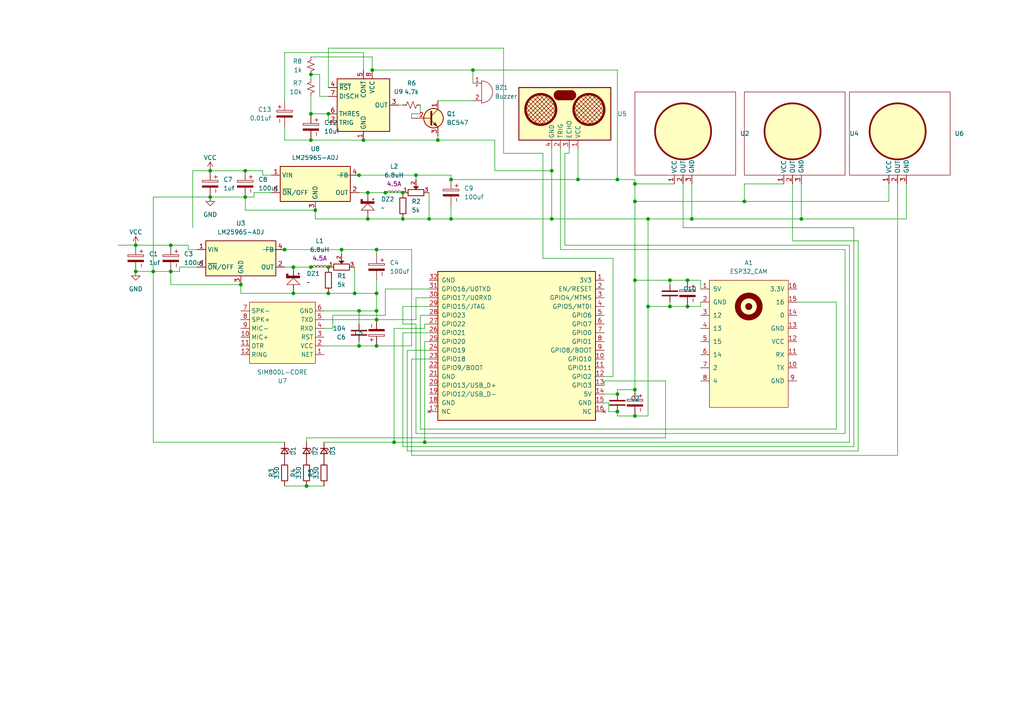
<source format=kicad_sch>
(kicad_sch (version 20250114) (generator "eeschema") (generator_version "9.0")
  (paper "A4")
  (lib_symbols
    (symbol "Device:Buzzer" (pin_names (offset 0.0254) (hide yes))
      (property "Reference" "BZ" (at 3.81 1.27 0))
      (property "Value" "Buzzer" (at 3.81 -1.27 0))
      (symbol "Buzzer_0_1"
        (polyline (pts (xy -1.651 1.905) (xy -1.143 1.905)))
        (polyline (pts (xy -1.397 2.159) (xy -1.397 1.651)))
        (arc (start 0 3.175) (mid 3.1612 0) (end 0 -3.175))
        (polyline (pts (xy 0 3.175) (xy 0 -3.175)))
      )
      (symbol "Buzzer_1_1"
        (pin passive line (at -2.54 2.54 0) (length 2.54) (name "+") (number "1"))
        (pin passive line (at -2.54 -2.54 0) (length 2.54) (name "-") (number "2"))
      )
    )
    (symbol "PCM_Espressif:ESP32-C6-DevKitC-1" (pin_names (offset 1.016))
      (property "Reference" "U" (at -22.86 25.4 0))
      (property "Value" "ESP32-C6-DevKitC-1" (at -22.86 22.86 0))
      (symbol "ESP32-C6-DevKitC-1_0_1"
        (rectangle (start -22.86 20.32) (end 22.86 -22.86) (stroke (width 0.254)) (fill (type background)))
      )
      (symbol "ESP32-C6-DevKitC-1_1_0"
        (pin input line (at -25.4 15.24 0) (length 2.54) (name "EN/RESET") (number "2"))
        (pin power_in line (at -25.4 -15.24 0) (length 2.54) (name "5V") (number "14"))
      )
      (symbol "ESP32-C6-DevKitC-1_1_1"
        (pin power_in line (at -25.4 17.78 0) (length 2.54) (name "3V3") (number "1"))
        (pin bidirectional line (at -25.4 12.7 0) (length 2.54) (name "GPIO4/MTMS") (number "3"))
        (pin bidirectional line (at -25.4 10.16 0) (length 2.54) (name "GPIO5/MTDI") (number "4"))
        (pin bidirectional line (at -25.4 7.62 0) (length 2.54) (name "GPIO6") (number "5"))
        (pin bidirectional line (at -25.4 5.08 0) (length 2.54) (name "GPIO7") (number "6"))
        (pin bidirectional line (at -25.4 2.54 0) (length 2.54) (name "GPIO0") (number "7"))
        (pin bidirectional line (at -25.4 0 0) (length 2.54) (name "GPIO1") (number "8"))
        (pin bidirectional line (at -25.4 -2.54 0) (length 2.54) (name "GPIO8/BOOT") (number "9"))
        (pin bidirectional line (at -25.4 -5.08 0) (length 2.54) (name "GPIO10") (number "10"))
        (pin bidirectional line (at -25.4 -7.62 0) (length 2.54) (name "GPIO11") (number "11"))
        (pin bidirectional line (at -25.4 -10.16 0) (length 2.54) (name "GPIO2") (number "12"))
        (pin bidirectional line (at -25.4 -12.7 0) (length 2.54) (name "GPIO3") (number "13"))
        (pin power_in line (at -25.4 -17.78 0) (length 2.54) (name "GND") (number "15"))
        (pin no_connect line (at -25.4 -20.32 0) (length 2.54) (name "NC") (number "16"))
        (pin power_in line (at 25.4 17.78 180) (length 2.54) (name "GND") (number "32"))
        (pin bidirectional line (at 25.4 15.24 180) (length 2.54) (name "GPIO16/U0TXD") (number "31"))
        (pin bidirectional line (at 25.4 12.7 180) (length 2.54) (name "GPIO17/U0RXD") (number "30"))
        (pin bidirectional line (at 25.4 10.16 180) (length 2.54) (name "GPIO15/JTAG") (number "29"))
        (pin bidirectional line (at 25.4 7.62 180) (length 2.54) (name "GPIO23") (number "28"))
        (pin bidirectional line (at 25.4 5.08 180) (length 2.54) (name "GPIO22") (number "27"))
        (pin bidirectional line (at 25.4 2.54 180) (length 2.54) (name "GPIO21") (number "26"))
        (pin bidirectional line (at 25.4 0 180) (length 2.54) (name "GPIO20") (number "25"))
        (pin bidirectional line (at 25.4 -2.54 180) (length 2.54) (name "GPIO19") (number "24"))
        (pin bidirectional line (at 25.4 -5.08 180) (length 2.54) (name "GPIO18") (number "23"))
        (pin bidirectional line (at 25.4 -7.62 180) (length 2.54) (name "GPIO9/BOOT") (number "22"))
        (pin power_in line (at 25.4 -10.16 180) (length 2.54) (name "GND") (number "21"))
        (pin bidirectional line (at 25.4 -12.7 180) (length 2.54) (name "GPIO13/USB_D+") (number "20"))
        (pin bidirectional line (at 25.4 -15.24 180) (length 2.54) (name "GPIO12/USB_D-") (number "19"))
        (pin power_in line (at 25.4 -17.78 180) (length 2.54) (name "GND") (number "18"))
        (pin no_connect line (at 25.4 -20.32 180) (length 2.54) (name "NC") (number "17"))
      )
    )
    (symbol "PCM_Nuova-Elettronica-Diodes:Zener" (pin_numbers (hide yes)) (pin_names (hide yes))
      (property "Reference" "DZ" (at 0 4.826 0))
      (symbol "Zener_1_1"
        (polyline (pts (xy -2.54 0) (xy -1.27 0)))
        (rectangle (start -1.8923 -1.4986) (end -0.6523 -2.0286) (stroke (width 0.01)) (fill (type outline)))
        (rectangle (start -1.27 1.8923) (end -0.635 -1.9939) (stroke (width 0.01)) (fill (type outline)))
        (polyline (pts (xy -0.635 0) (xy 1.27 1.905) (xy 1.27 -1.905) (xy -0.635 0)))
        (text "+" (at -1.875 1.5 0) (effects (font (size 0.8 0.8))))
        (pin passive line (at -3.81 0 0) (length 2.54) (name "~") (number "1"))
        (pin passive line (at 3.81 0 180) (length 2.54) (name "~") (number "2"))
      )
    )
    (symbol "PCM_SL_Breakout_Boards:HC-SR04_Ultrasonic_Sensor"
      (property "Reference" "U" (at -7.112 17.526 0))
      (property "Value" "HC-SR04_Ultrasonic_Sensor" (at -5.842 15.24 0))
      (symbol "HC-SR04_Ultrasonic_Sensor_0_1"
        (rectangle (start -15.24 13.335) (end 0 -13.335) (stroke (width 0.3)) (fill (type background)))
        (polyline (pts (xy -13.97 1.905) (xy -13.97 -1.905) (xy -12.065 -1.905) (xy -12.065 1.905) (xy -13.97 1.905)) (stroke (width 1)))
        (polyline (pts (xy -13.335 8.255) (xy -7.62 2.54)))
        (polyline (pts (xy -13.335 6.985) (xy -8.89 2.54)))
        (polyline (pts (xy -13.335 -5.715) (xy -7.62 -11.43)))
        (polyline (pts (xy -13.335 -6.985) (xy -8.89 -11.43)))
        (polyline (pts (xy -13.208 -1.778) (xy -13.208 1.524)) (stroke (width 2)))
        (arc (start -13.97 1.905) (mid -13.0175 2.7909) (end -12.065 1.905) (stroke (width 1)))
        (arc (start -12.065 -1.905) (mid -13.0175 -2.7425) (end -13.97 -1.905) (stroke (width 1)))
        (polyline (pts (xy -12.7 8.89) (xy -6.985 3.175)))
        (polyline (pts (xy -12.7 -5.08) (xy -6.985 -10.795)))
        (polyline (pts (xy -12.446 9.906) (xy -6.096 3.556)))
        (polyline (pts (xy -12.446 -4.064) (xy -6.096 -10.414)))
        (polyline (pts (xy -12.065 3.81) (xy -5.715 10.16)))
        (polyline (pts (xy -12.065 -10.16) (xy -5.715 -3.81)))
        (polyline (pts (xy -11.684 10.414) (xy -5.334 4.064)))
        (polyline (pts (xy -11.684 -3.556) (xy -5.334 -9.906)))
        (polyline (pts (xy -10.795 10.795) (xy -5.08 5.08)))
        (polyline (pts (xy -10.795 -3.175) (xy -5.08 -8.89)))
        (polyline (pts (xy -10.16 11.43) (xy -4.445 5.715)))
        (polyline (pts (xy -10.16 -2.54) (xy -4.445 -8.255)))
        (polyline (pts (xy -9.525 11.43) (xy -13.335 7.62)))
        (polyline (pts (xy -9.525 -2.54) (xy -13.335 -6.35)))
        (polyline (pts (xy -8.89 11.43) (xy -4.445 6.985)))
        (circle (center -8.89 6.985) (radius 4.445) (stroke (width 0.7)) (fill (type background)))
        (polyline (pts (xy -8.89 -2.54) (xy -4.445 -6.985)))
        (circle (center -8.89 -6.985) (radius 4.445) (stroke (width 0.7)))
        (polyline (pts (xy -8.255 11.43) (xy -13.335 6.35)))
        (polyline (pts (xy -8.255 -2.54) (xy -13.335 -7.62)))
        (polyline (pts (xy -7.62 10.795) (xy -12.7 5.715)))
        (polyline (pts (xy -7.62 -3.175) (xy -12.7 -8.255)))
        (polyline (pts (xy -6.35 10.795) (xy -12.7 4.445)))
        (polyline (pts (xy -6.35 -3.175) (xy -12.7 -9.525)))
        (polyline (pts (xy -5.08 9.525) (xy -11.43 3.175)))
        (polyline (pts (xy -5.08 -4.445) (xy -11.43 -10.795)))
        (polyline (pts (xy -4.572 8.636) (xy -10.668 2.794)))
        (polyline (pts (xy -4.572 -5.334) (xy -10.668 -11.176)))
        (polyline (pts (xy -4.445 7.62) (xy -9.525 2.54)))
        (polyline (pts (xy -4.445 6.35) (xy -8.255 2.54)))
        (polyline (pts (xy -4.445 -6.35) (xy -9.525 -11.43)))
        (polyline (pts (xy -4.445 -7.62) (xy -8.255 -11.43)))
      )
      (symbol "HC-SR04_Ultrasonic_Sensor_1_1"
        (pin power_in line (at 2.54 3.81 180) (length 2.54) (name "VCC") (number "1"))
        (pin output line (at 2.54 1.27 180) (length 2.54) (name "ECHO") (number "3"))
        (pin input line (at 2.54 -1.27 180) (length 2.54) (name "TRIG") (number "2"))
        (pin power_in line (at 2.54 -3.81 180) (length 2.54) (name "GND") (number "4"))
      )
    )
    (symbol "PCM_SL_Breakout_Boards:PIR_Sensor"
      (property "Reference" "U" (at -1.27 20.32 0))
      (property "Value" "PIR_Sensor" (at -1.27 17.78 0))
      (symbol "PIR_Sensor_0_1"
        (rectangle (start -12.7 13.97) (end 11.43 -15.24))
        (circle (center 0 0) (radius 8.132) (stroke (width 0.5)) (fill (type background)))
      )
      (symbol "PIR_Sensor_1_1"
        (pin power_in line (at -15.24 2.54 0) (length 2.54) (name "VCC") (number "1"))
        (pin output line (at -15.24 0 0) (length 2.54) (name "OUT") (number "2"))
        (pin power_in line (at -15.24 -2.54 0) (length 2.54) (name "GND") (number "3"))
      )
    )
    (symbol "PCM_SL_Capacitors:104_Ceramic"
      (property "Reference" "C" (at 0 6.35 0))
      (property "Value" "104_Ceramic" (at 0 3.81 0))
      (symbol "104_Ceramic_0_1"
        (rectangle (start -0.762 2.286) (end -0.508 -2.286) (fill (type outline)))
        (rectangle (start 0.508 2.286) (end 0.762 -2.286) (fill (type outline)))
      )
      (symbol "104_Ceramic_1_1"
        (pin passive line (at -2.54 0 0) (length 2) (name "~") (number "1"))
        (pin input line (at 2.54 0 180) (length 2) (name "~") (number "2"))
      )
    )
    (symbol "PCM_SL_Development_Board:ESP32_CAM" (pin_names (offset 1.016))
      (property "Reference" "A" (at 0 16.51 0))
      (property "Value" "ESP32_CAM" (at 0 -19.05 0))
      (symbol "ESP32_CAM_0_1"
        (rectangle (start -11.43 15.24) (end 11.43 -21.59) (fill (type background)))
        (circle (center 0 7.62) (radius 0.508) (stroke (width 1)))
        (circle (center 0 7.62) (radius 3.175) (stroke (width 1.7)))
        (circle (center 0 7.62) (radius 3.5814))
      )
      (symbol "ESP32_CAM_1_1"
        (pin power_in line (at -13.97 12.7 0) (length 2.54) (name "5V") (number "1"))
        (pin power_in line (at -13.97 8.89 0) (length 2.54) (name "GND") (number "2"))
        (pin bidirectional line (at -13.97 5.08 0) (length 2.54) (name "12") (number "3"))
        (pin bidirectional line (at -13.97 1.27 0) (length 2.54) (name "13") (number "4"))
        (pin bidirectional line (at -13.97 -2.54 0) (length 2.54) (name "15") (number "5"))
        (pin bidirectional line (at -13.97 -6.35 0) (length 2.54) (name "14") (number "6"))
        (pin bidirectional line (at -13.97 -10.16 0) (length 2.54) (name "2") (number "7"))
        (pin bidirectional line (at -13.97 -13.97 0) (length 2.54) (name "4") (number "8"))
        (pin power_in line (at 13.97 12.7 180) (length 2.54) (name "3.3V") (number "16"))
        (pin bidirectional line (at 13.97 8.89 180) (length 2.54) (name "16") (number "15"))
        (pin bidirectional line (at 13.97 5.08 180) (length 2.54) (name "0") (number "14"))
        (pin power_in line (at 13.97 1.27 180) (length 2.54) (name "GND") (number "13"))
        (pin power_in line (at 13.97 -2.54 180) (length 2.54) (name "VCC") (number "12"))
        (pin input line (at 13.97 -6.35 180) (length 2.54) (name "RX") (number "11"))
        (pin output line (at 13.97 -10.16 180) (length 2.54) (name "TX") (number "10"))
        (pin power_in line (at 13.97 -13.97 180) (length 2.54) (name "GND") (number "9"))
      )
    )
    (symbol "PCM_SL_Devices:Capacitor_PO"
      (property "Reference" "C" (at 0 7.62 0))
      (property "Value" "Capacitor_PO" (at 0 5.08 0))
      (symbol "Capacitor_PO_0_0"
        (text "+" (at -2.032 1.524 0) (effects (font (size 1.27 1.27))))
        (text "-" (at 2.032 1.524 0) (effects (font (size 1.27 1.27))))
      )
      (symbol "Capacitor_PO_0_1"
        (rectangle (start -1.016 -2.286) (end -0.508 2.286))
        (rectangle (start 0.508 -2.286) (end 1.016 2.286) (fill (type outline)))
      )
      (symbol "Capacitor_PO_1_1"
        (pin passive line (at -3.81 0 0) (length 2.7) (name "~") (number "1"))
        (pin input line (at 3.81 0 180) (length 2.7) (name "~") (number "2"))
      )
    )
    (symbol "PCM_SL_Devices:potentiometer_3362P"
      (property "Reference" "RV" (at 0 -2.286 0))
      (property "Value" "potentiometer_3362P" (at 0 -3.81 0))
      (symbol "potentiometer_3362P_0_1"
        (rectangle (start -2.286 0.889) (end 2.286 -0.889) (stroke (width 0.24)))
        (polyline (pts (xy 0 1.016) (xy 0.762 1.778) (xy -0.762 1.778) (xy 0 1.016)) (fill (type outline)))
      )
      (symbol "potentiometer_3362P_1_1"
        (pin passive line (at -3.81 0 0) (length 1.5) (name "~") (number "1"))
        (pin passive line (at 0 3.81 270) (length 2) (name "~") (number "2"))
        (pin passive line (at 3.81 0 180) (length 1.5) (name "~") (number "3"))
      )
    )
    (symbol "PCM_SL_Resistors:1k"
      (property "Reference" "R" (at 0 5.08 0))
      (property "Value" "1k" (at 0 2.54 0))
      (symbol "1k_0_1"
        (rectangle (start -2.286 0.889) (end 2.286 -0.889) (stroke (width 0.24)))
      )
      (symbol "1k_1_1"
        (pin passive line (at -3.81 0 0) (length 1.5) (name "") (number "1"))
        (pin passive line (at 3.81 0 180) (length 1.5) (name "~") (number "2"))
      )
    )
    (symbol "PCM_SL_Resistors:Resistor"
      (property "Reference" "R" (at 0 5.08 0))
      (property "Value" "Resistor" (at 0 2.54 0))
      (symbol "Resistor_0_1"
        (rectangle (start -2.286 0.889) (end 2.286 -0.889) (stroke (width 0.24)))
      )
      (symbol "Resistor_1_1"
        (pin passive line (at -3.81 0 0) (length 1.5) (name "") (number "1"))
        (pin passive line (at 3.81 0 180) (length 1.5) (name "~") (number "2"))
      )
    )
    (symbol "PCM_SparkFun-Coil:6.8uH_7.3x6.6mm_4.5A" (pin_numbers (hide yes)) (pin_names (offset 1.016) (hide yes))
      (property "Reference" "L" (at 0 2.54 0))
      (property "Value" "6.8uH" (at 0 -1.27 0))
      (property "Current" "4.5A" (at 0 -3.81 0))
      (symbol "6.8uH_7.3x6.6mm_4.5A_0_1"
        (arc (start -2.032 0) (mid -1.524 0.5058) (end -1.016 0))
        (arc (start -1.016 0) (mid -0.508 0.5058) (end 0 0))
        (arc (start 0 0) (mid 0.508 0.5058) (end 1.016 0))
        (arc (start 1.016 0) (mid 1.524 0.5058) (end 2.032 0))
      )
      (symbol "6.8uH_7.3x6.6mm_4.5A_1_1"
        (pin passive line (at -2.54 0 0) (length 0.508) (name "~") (number "1"))
        (pin passive line (at 2.54 0 180) (length 0.508) (name "~") (number "2"))
      )
    )
    (symbol "PCM_SparkFun-LED:LED" (pin_numbers (hide yes)) (pin_names (offset 1.016) (hide yes))
      (property "Reference" "D" (at 0 2.54 0))
      (property "Value" "LED" (at 0 -2.54 0))
      (symbol "LED_0_1"
        (polyline (pts (xy -0.762 -1.016) (xy -0.762 1.016)) (stroke (width 0.254)))
        (polyline (pts (xy 0 0.762) (xy -0.508 1.27) (xy -0.254 1.27) (xy -0.508 1.27) (xy -0.508 1.016)))
        (polyline (pts (xy 0.508 1.27) (xy 0 1.778) (xy 0.254 1.778) (xy 0 1.778) (xy 0 1.524)))
        (polyline (pts (xy 0.762 -1.016) (xy -0.762 0) (xy 0.762 1.016) (xy 0.762 -1.016)) (stroke (width 0.254)))
        (polyline (pts (xy 1.016 0) (xy -0.762 0)))
      )
      (symbol "LED_1_1"
        (pin passive line (at -2.54 0 0) (length 1.778) (name "K") (number "1"))
        (pin passive line (at 2.54 0 180) (length 1.778) (name "A") (number "2"))
      )
    )
    (symbol "PCM_SparkFun-PowerSymbol:VCC" (power) (pin_names (offset 0))
      (property "Value" "VCC" (at 0 3.81 0))
      (symbol "VCC_0_1"
        (polyline (pts (xy -0.762 1.27) (xy 0 2.54)))
        (polyline (pts (xy 0 2.54) (xy 0.762 1.27)))
        (polyline (pts (xy 0 0) (xy 0 2.54)))
      )
      (symbol "VCC_1_1"
        (pin power_in line (at 0 0 90) (length 0) (hide yes) (name "VCC") (number "1"))
      )
    )
    (symbol "PCM_SparkFun-Resistor:4.7k_0603" (pin_numbers (hide yes)) (pin_names (offset 0))
      (property "Reference" "R" (at 0 -2.54 0))
      (property "Value" "4.7k" (at 0 2.54 0))
      (symbol "4.7k_0603_0_1"
        (polyline (pts (xy -1.524 0) (xy -1.143 1.016) (xy -0.762 0) (xy -0.381 -1.016) (xy 0 0)))
        (polyline (pts (xy 0 0) (xy 0.381 1.016) (xy 0.762 0) (xy 1.143 -1.016) (xy 1.524 0)))
      )
      (symbol "4.7k_0603_1_1"
        (pin passive line (at -2.54 0 0) (length 1.016) (name "~") (number "1"))
        (pin passive line (at 2.54 0 180) (length 1.016) (name "~") (number "2"))
      )
    )
    (symbol "PCM_Transistor_BJT_AKL:BC547" (pin_names (hide yes))
      (property "Reference" "Q" (at 5.08 1.27 0))
      (property "Value" "BC547" (at 5.08 -1.27 0))
      (symbol "BC547_0_1"
        (polyline (pts (xy 0.635 1.905) (xy 0.635 -1.905) (xy 0.635 -1.905)) (stroke (width 0.508)))
        (polyline (pts (xy 0.635 0.635) (xy 2.54 2.54)))
        (polyline (pts (xy 0.635 -0.635) (xy 2.54 -2.54) (xy 2.54 -2.54)))
        (circle (center 1.27 0) (radius 2.8194) (stroke (width 0.254)) (fill (type background)))
        (polyline (pts (xy 1.27 -1.778) (xy 1.778 -1.27) (xy 2.286 -2.286) (xy 1.27 -1.778) (xy 1.27 -1.778)) (fill (type outline)))
      )
      (symbol "BC547_1_1"
        (pin input line (at -5.08 0 0) (length 5.715) (name "B") (number "2"))
        (pin passive line (at 2.54 5.08 270) (length 2.54) (name "C") (number "1"))
        (pin passive line (at 2.54 -5.08 90) (length 2.54) (name "E") (number "3"))
      )
    )
    (symbol "Regulator_Switching:LM2596S-ADJ"
      (property "Reference" "U" (at -10.16 6.35 0))
      (property "Value" "LM2596S-ADJ" (at 0 6.35 0))
      (symbol "LM2596S-ADJ_0_1"
        (rectangle (start -10.16 5.08) (end 10.16 -5.08) (stroke (width 0.254)) (fill (type background)))
      )
      (symbol "LM2596S-ADJ_1_1"
        (pin power_in line (at -12.7 2.54 0) (length 2.54) (name "VIN") (number "1"))
        (pin input line (at -12.7 -2.54 0) (length 2.54) (name "~{ON}/OFF") (number "5"))
        (pin power_in line (at 0 -7.62 90) (length 2.54) (name "GND") (number "3"))
        (pin input line (at 12.7 2.54 180) (length 2.54) (name "FB") (number "4"))
        (pin output line (at 12.7 -2.54 180) (length 2.54) (name "OUT") (number "2"))
      )
    )
    (symbol "Timer:ICM7555xP"
      (property "Reference" "U" (at -10.16 8.89 0))
      (property "Value" "ICM7555xP" (at 2.54 8.89 0))
      (symbol "ICM7555xP_0_0"
        (pin power_in line (at 0 -10.16 90) (length 2.54) (name "GND") (number "1"))
        (pin power_in line (at 2.54 10.16 270) (length 2.54) (name "VCC") (number "8"))
      )
      (symbol "ICM7555xP_0_1"
        (rectangle (start -7.62 7.62) (end 7.62 -7.62) (stroke (width 0.254)) (fill (type background)))
      )
      (symbol "ICM7555xP_1_1"
        (pin input line (at -10.16 5.08 0) (length 2.54) (name "~{RST}") (number "4"))
        (pin input line (at -10.16 2.54 0) (length 2.54) (name "DISCH") (number "7"))
        (pin input line (at -10.16 -2.54 0) (length 2.54) (name "THRES") (number "6"))
        (pin input line (at -10.16 -5.08 0) (length 2.54) (name "TRIG") (number "2"))
        (pin open_collector line (at 0 10.16 270) (length 2.54) (name "CONT") (number "5"))
        (pin output line (at 10.16 0 180) (length 2.54) (name "OUT") (number "3"))
      )
    )
    (symbol "power:GND" (power) (pin_numbers (hide yes)) (pin_names (offset 0) (hide yes))
      (property "Value" "GND" (at 0 -3.81 0))
      (symbol "GND_0_1"
        (polyline (pts (xy 0 0) (xy 0 -1.27) (xy 1.27 -1.27) (xy 0 -2.54) (xy -1.27 -1.27) (xy 0 -1.27)))
      )
      (symbol "GND_1_1"
        (pin power_in line (at 0 0 270) (length 0) (name "~") (number "1"))
      )
    )
    (symbol "sim800l-core:SIM800L-CORE"
      (property "Reference" "U" (at -7.62 8.89 0))
      (property "Value" "SIM800L-CORE" (at 0 -12.7 0))
      (symbol "SIM800L-CORE_0_1"
        (rectangle (start -8.89 7.62) (end 10.16 -10.16) (stroke (width 0.1524)) (fill (type background)))
      )
      (symbol "SIM800L-CORE_1_1"
        (pin bidirectional line (at -11.43 5.08 0) (length 2.54) (name "NET") (number "1"))
        (pin power_in line (at -11.43 2.54 0) (length 2.54) (name "VCC") (number "2"))
        (pin input line (at -11.43 0 0) (length 2.54) (name "RST") (number "3"))
        (pin input line (at -11.43 -2.54 0) (length 2.54) (name "RXD") (number "4"))
        (pin output line (at -11.43 -5.08 0) (length 2.54) (name "TXD") (number "5"))
        (pin power_in line (at -11.43 -7.62 0) (length 2.54) (name "GND") (number "6"))
        (pin output line (at 12.7 5.08 180) (length 2.54) (name "RING") (number "12"))
        (pin passive line (at 12.7 2.54 180) (length 2.54) (name "DTR") (number "11"))
        (pin output line (at 12.7 0 180) (length 2.54) (name "MIC+") (number "10"))
        (pin output line (at 12.7 -2.54 180) (length 2.54) (name "MIC-") (number "9"))
        (pin output line (at 12.7 -5.08 180) (length 2.54) (name "SPK+") (number "8"))
        (pin output line (at 12.7 -7.62 180) (length 2.54) (name "SPK-") (number "7"))
      )
    )
  )
  (junction (at 88.9 140.97))
  (junction (at 123.19 128.27))
  (junction (at 90.17 33.02))
  (junction (at 44.45 78.74))
  (junction (at 167.64 52.07))
  (junction (at 99.06 72.39))
  (junction (at 60.96 49.53))
  (junction (at 124.46 63.5))
  (junction (at 116.84 63.5))
  (junction (at 199.39 81.28))
  (junction (at 127 40.64))
  (junction (at 194.31 88.9))
  (junction (at 114.3 128.27))
  (junction (at 184.15 58.42))
  (junction (at 187.96 88.9))
  (junction (at 85.09 77.47))
  (junction (at 232.41 63.5))
  (junction (at 49.53 78.74))
  (junction (at 160.02 49.53))
  (junction (at 39.37 71.12))
  (junction (at 130.81 63.5))
  (junction (at 107.95 20.32))
  (junction (at 109.22 100.33))
  (junction (at 184.15 120.65))
  (junction (at 49.53 71.12))
  (junction (at 160.02 63.5))
  (junction (at 179.07 52.07))
  (junction (at 215.9 58.42))
  (junction (at 104.14 100.33))
  (junction (at 90.17 21.59))
  (junction (at 111.76 55.88))
  (junction (at 102.87 85.09))
  (junction (at 120.65 50.8))
  (junction (at 187.96 63.5))
  (junction (at 109.22 72.39))
  (junction (at 109.22 92.71))
  (junction (at 90.17 40.64))
  (junction (at 104.14 90.17))
  (junction (at 39.37 78.74))
  (junction (at 106.68 63.5))
  (junction (at 71.12 57.15))
  (junction (at 200.66 63.5))
  (junction (at 137.16 20.32))
  (junction (at 109.22 90.17))
  (junction (at 95.25 77.47))
  (junction (at 109.22 85.09))
  (junction (at 194.31 81.28))
  (junction (at 199.39 88.9))
  (junction (at 116.84 55.88))
  (junction (at 184.15 113.03))
  (junction (at 90.17 77.47))
  (junction (at 184.15 53.34))
  (junction (at 71.12 49.53))
  (junction (at 130.81 52.07))
  (junction (at 82.55 72.39))
  (junction (at 105.41 40.64))
  (junction (at 95.25 85.09))
  (junction (at 179.07 114.3))
  (junction (at 95.25 33.02))
  (junction (at 69.85 82.55))
  (junction (at 184.15 81.28))
  (junction (at 104.14 50.8))
  (junction (at 91.44 60.96))
  (junction (at 60.96 57.15))
  (junction (at 85.09 85.09))
  (junction (at 106.68 55.88))
  (junction (at 179.07 119.38))
  (wire (pts (xy 90.17 40.64) (xy 105.41 40.64)))
  (wire (pts (xy 90.17 27.94) (xy 90.17 33.02)))
  (wire (pts (xy 57.15 77.47) (xy 52.07 77.47)))
  (wire (pts (xy 232.41 53.34) (xy 232.41 63.5)))
  (wire (pts (xy 78.74 55.88) (xy 73.66 55.88)))
  (wire (pts (xy 198.12 53.34) (xy 198.12 66.04)))
  (wire (pts (xy 160.02 43.18) (xy 160.02 49.53)))
  (wire (pts (xy 184.15 120.65) (xy 179.07 120.65)))
  (wire (pts (xy 193.04 110.49) (xy 175.26 110.49)))
  (wire (pts (xy 194.31 88.9) (xy 194.31 87.63)))
  (wire (pts (xy 39.37 78.74) (xy 44.45 78.74)))
  (wire (pts (xy 130.81 63.5) (xy 160.02 63.5)))
  (wire (pts (xy 177.8 109.22) (xy 175.26 109.22)))
  (wire (pts (xy 179.07 52.07) (xy 167.64 52.07)))
  (wire (pts (xy 184.15 81.28) (xy 194.31 81.28)))
  (wire (pts (xy 184.15 52.07) (xy 179.07 52.07)))
  (wire (pts (xy 44.45 78.74) (xy 44.45 57.15)))
  (wire (pts (xy 106.68 63.5) (xy 91.44 63.5)))
  (wire (pts (xy 116.84 129.54) (xy 116.84 96.52)))
  (wire (pts (xy 157.48 44.45) (xy 157.48 74.93)))
  (wire (pts (xy 124.46 83.82) (xy 111.76 83.82)))
  (wire (pts (xy 260.35 132.08) (xy 119.38 132.08)))
  (wire (pts (xy 167.64 52.07) (xy 130.81 52.07)))
  (wire (pts (xy 116.84 93.98) (xy 116.84 88.9)))
  (wire (pts (xy 88.9 140.97) (xy 93.98 140.97)))
  (wire (pts (xy 82.55 15.24) (xy 82.55 29.21)))
  (wire (pts (xy 262.89 53.34) (xy 262.89 63.5)))
  (wire (pts (xy 109.22 73.66) (xy 109.22 72.39)))
  (wire (pts (xy 54.61 72.39) (xy 54.61 71.12)))
  (wire (pts (xy 95.25 27.94) (xy 92.71 27.94)))
  (wire (pts (xy 119.38 33.02) (xy 119.38 34.29)))
  (wire (pts (xy 242.57 87.63) (xy 242.57 124.46)))
  (wire (pts (xy 111.76 55.88) (xy 116.84 55.88)))
  (wire (pts (xy 102.87 85.09) (xy 95.25 85.09)))
  (wire (pts (xy 176.53 119.38) (xy 179.07 119.38)))
  (wire (pts (xy 227.33 53.34) (xy 215.9 53.34)))
  (wire (pts (xy 120.65 125.73) (xy 120.65 93.98)))
  (wire (pts (xy 119.38 100.33) (xy 119.38 72.39)))
  (wire (pts (xy 71.12 60.96) (xy 71.12 57.15)))
  (wire (pts (xy 184.15 53.34) (xy 195.58 53.34)))
  (wire (pts (xy 123.19 128.27) (xy 123.19 99.06)))
  (wire (pts (xy 123.19 95.25) (xy 123.19 93.98)))
  (wire (pts (xy 215.9 58.42) (xy 184.15 58.42)))
  (wire (pts (xy 137.16 20.32) (xy 179.07 20.32)))
  (wire (pts (xy 184.15 81.28) (xy 184.15 58.42)))
  (wire (pts (xy 73.66 57.15) (xy 71.12 57.15)))
  (wire (pts (xy 95.25 25.4) (xy 95.25 13.97)))
  (wire (pts (xy 97.79 50.8) (xy 104.14 50.8)))
  (wire (pts (xy 57.15 72.39) (xy 54.61 72.39)))
  (wire (pts (xy 105.41 15.24) (xy 82.55 15.24)))
  (wire (pts (xy 121.92 33.02) (xy 119.38 33.02)))
  (wire (pts (xy 124.46 55.88) (xy 124.46 63.5)))
  (wire (pts (xy 247.65 66.04) (xy 247.65 129.54)))
  (wire (pts (xy 118.11 101.6) (xy 124.46 101.6)))
  (wire (pts (xy 109.22 81.28) (xy 109.22 85.09)))
  (wire (pts (xy 175.26 116.84) (xy 176.53 116.84)))
  (wire (pts (xy 95.25 85.09) (xy 85.09 85.09)))
  (wire (pts (xy 184.15 113.03) (xy 184.15 81.28)))
  (wire (pts (xy 60.96 49.53) (xy 55.88 49.53)))
  (wire (pts (xy 162.56 72.39) (xy 245.11 72.39)))
  (wire (pts (xy 82.55 40.64) (xy 90.17 40.64)))
  (wire (pts (xy 105.41 40.64) (xy 127 40.64)))
  (wire (pts (xy 200.66 63.5) (xy 232.41 63.5)))
  (wire (pts (xy 96.52 91.44) (xy 96.52 95.25)))
  (wire (pts (xy 177.8 74.93) (xy 177.8 109.22)))
  (wire (pts (xy 85.09 85.09) (xy 69.85 85.09)))
  (wire (pts (xy 123.19 128.27) (xy 246.38 128.27)))
  (wire (pts (xy 203.2 88.9) (xy 199.39 88.9)))
  (wire (pts (xy 187.96 88.9) (xy 194.31 88.9)))
  (wire (pts (xy 116.84 96.52) (xy 124.46 96.52)))
  (wire (pts (xy 104.14 100.33) (xy 93.98 100.33)))
  (wire (pts (xy 109.22 92.71) (xy 109.22 90.17)))
  (wire (pts (xy 54.61 71.12) (xy 49.53 71.12)))
  (wire (pts (xy 203.2 81.28) (xy 199.39 81.28)))
  (wire (pts (xy 88.9 127) (xy 193.04 127)))
  (wire (pts (xy 114.3 128.27) (xy 114.3 95.25)))
  (wire (pts (xy 187.96 63.5) (xy 200.66 63.5)))
  (wire (pts (xy 232.41 63.5) (xy 262.89 63.5)))
  (wire (pts (xy 114.3 95.25) (xy 123.19 95.25)))
  (wire (pts (xy 104.14 90.17) (xy 104.14 93.98)))
  (wire (pts (xy 120.65 92.71) (xy 120.65 86.36)))
  (wire (pts (xy 105.41 20.32) (xy 105.41 15.24)))
  (wire (pts (xy 245.11 125.73) (xy 120.65 125.73)))
  (wire (pts (xy 121.92 91.44) (xy 124.46 91.44)))
  (wire (pts (xy 187.96 88.9) (xy 187.96 120.65)))
  (wire (pts (xy 120.65 50.8) (xy 120.65 52.07)))
  (wire (pts (xy 109.22 100.33) (xy 119.38 100.33)))
  (wire (pts (xy 107.95 16.51) (xy 107.95 20.32)))
  (wire (pts (xy 109.22 92.71) (xy 120.65 92.71)))
  (wire (pts (xy 146.05 13.97) (xy 146.05 44.45)))
  (wire (pts (xy 104.14 55.88) (xy 106.68 55.88)))
  (wire (pts (xy 118.11 130.81) (xy 118.11 101.6)))
  (wire (pts (xy 90.17 77.47) (xy 95.25 77.47)))
  (wire (pts (xy 44.45 78.74) (xy 49.53 78.74)))
  (wire (pts (xy 39.37 71.12) (xy 34.29 71.12)))
  (wire (pts (xy 96.52 95.25) (xy 93.98 95.25)))
  (wire (pts (xy 52.07 77.47) (xy 52.07 78.74)))
  (wire (pts (xy 76.2 50.8) (xy 76.2 49.53)))
  (wire (pts (xy 229.87 69.85) (xy 248.92 69.85)))
  (wire (pts (xy 257.81 53.34) (xy 257.81 58.42)))
  (wire (pts (xy 194.31 81.28) (xy 194.31 82.55)))
  (wire (pts (xy 119.38 72.39) (xy 109.22 72.39)))
  (wire (pts (xy 193.04 127) (xy 193.04 110.49)))
  (wire (pts (xy 123.19 99.06) (xy 124.46 99.06)))
  (wire (pts (xy 203.2 87.63) (xy 203.2 88.9)))
  (wire (pts (xy 121.92 30.48) (xy 121.92 33.02)))
  (wire (pts (xy 109.22 85.09) (xy 102.87 85.09)))
  (wire (pts (xy 163.83 44.45) (xy 163.83 71.12)))
  (wire (pts (xy 82.55 140.97) (xy 88.9 140.97)))
  (wire (pts (xy 162.56 43.18) (xy 162.56 72.39)))
  (wire (pts (xy 104.14 99.06) (xy 104.14 100.33)))
  (wire (pts (xy 82.55 36.83) (xy 82.55 40.64)))
  (wire (pts (xy 55.88 49.53) (xy 55.88 66.04)))
  (wire (pts (xy 231.14 87.63) (xy 242.57 87.63)))
  (wire (pts (xy 248.92 130.81) (xy 118.11 130.81)))
  (wire (pts (xy 78.74 50.8) (xy 76.2 50.8)))
  (wire (pts (xy 88.9 128.27) (xy 88.9 127)))
  (wire (pts (xy 82.55 128.27) (xy 44.45 128.27)))
  (wire (pts (xy 109.22 90.17) (xy 104.14 90.17)))
  (wire (pts (xy 111.76 91.44) (xy 96.52 91.44)))
  (wire (pts (xy 124.46 63.5) (xy 116.84 63.5)))
  (wire (pts (xy 116.84 88.9) (xy 124.46 88.9)))
  (wire (pts (xy 127 40.64) (xy 143.51 40.64)))
  (wire (pts (xy 76.2 49.53) (xy 71.12 49.53)))
  (wire (pts (xy 247.65 129.54) (xy 116.84 129.54)))
  (wire (pts (xy 116.84 63.5) (xy 106.68 63.5)))
  (wire (pts (xy 175.26 114.3) (xy 179.07 114.3)))
  (wire (pts (xy 120.65 93.98) (xy 116.84 93.98)))
  (wire (pts (xy 120.65 50.8) (xy 130.81 50.8)))
  (wire (pts (xy 120.65 86.36) (xy 124.46 86.36)))
  (wire (pts (xy 215.9 58.42) (xy 257.81 58.42)))
  (wire (pts (xy 130.81 59.69) (xy 130.81 63.5)))
  (wire (pts (xy 73.66 55.88) (xy 73.66 57.15)))
  (wire (pts (xy 44.45 57.15) (xy 60.96 57.15)))
  (wire (pts (xy 93.98 92.71) (xy 109.22 92.71)))
  (wire (pts (xy 203.2 81.28) (xy 203.2 83.82)))
  (wire (pts (xy 60.96 57.15) (xy 71.12 57.15)))
  (wire (pts (xy 163.83 71.12) (xy 246.38 71.12)))
  (wire (pts (xy 49.53 82.55) (xy 69.85 82.55)))
  (wire (pts (xy 114.3 128.27) (xy 123.19 128.27)))
  (wire (pts (xy 242.57 124.46) (xy 121.92 124.46)))
  (wire (pts (xy 146.05 44.45) (xy 157.48 44.45)))
  (wire (pts (xy 93.98 90.17) (xy 104.14 90.17)))
  (wire (pts (xy 90.17 33.02) (xy 95.25 33.02)))
  (wire (pts (xy 160.02 63.5) (xy 187.96 63.5)))
  (wire (pts (xy 82.55 72.39) (xy 99.06 72.39)))
  (wire (pts (xy 91.44 63.5) (xy 91.44 60.96)))
  (wire (pts (xy 179.07 113.03) (xy 179.07 114.3)))
  (wire (pts (xy 104.14 50.8) (xy 120.65 50.8)))
  (wire (pts (xy 167.64 43.18) (xy 167.64 52.07)))
  (wire (pts (xy 49.53 82.55) (xy 49.53 78.74)))
  (wire (pts (xy 137.16 20.32) (xy 137.16 24.13)))
  (wire (pts (xy 130.81 63.5) (xy 124.46 63.5)))
  (wire (pts (xy 179.07 20.32) (xy 179.07 52.07)))
  (wire (pts (xy 92.71 21.59) (xy 90.17 21.59)))
  (wire (pts (xy 187.96 63.5) (xy 187.96 88.9)))
  (wire (pts (xy 143.51 49.53) (xy 160.02 49.53)))
  (wire (pts (xy 82.55 77.47) (xy 85.09 77.47)))
  (wire (pts (xy 184.15 53.34) (xy 184.15 52.07)))
  (wire (pts (xy 229.87 53.34) (xy 229.87 69.85)))
  (wire (pts (xy 99.06 72.39) (xy 99.06 73.66)))
  (wire (pts (xy 127 29.21) (xy 137.16 29.21)))
  (wire (pts (xy 95.25 33.02) (xy 95.25 35.56)))
  (wire (pts (xy 95.25 13.97) (xy 146.05 13.97)))
  (wire (pts (xy 69.85 85.09) (xy 69.85 82.55)))
  (wire (pts (xy 107.95 20.32) (xy 137.16 20.32)))
  (wire (pts (xy 175.26 110.49) (xy 175.26 111.76)))
  (wire (pts (xy 102.87 77.47) (xy 102.87 85.09)))
  (wire (pts (xy 44.45 128.27) (xy 44.45 78.74)))
  (wire (pts (xy 143.51 40.64) (xy 143.51 49.53)))
  (wire (pts (xy 60.96 49.53) (xy 71.12 49.53)))
  (wire (pts (xy 39.37 71.12) (xy 49.53 71.12)))
  (wire (pts (xy 215.9 53.34) (xy 215.9 58.42)))
  (wire (pts (xy 184.15 58.42) (xy 184.15 53.34)))
  (wire (pts (xy 199.39 81.28) (xy 194.31 81.28)))
  (wire (pts (xy 99.06 72.39) (xy 109.22 72.39)))
  (wire (pts (xy 246.38 71.12) (xy 246.38 128.27)))
  (wire (pts (xy 85.09 77.47) (xy 90.17 77.47)))
  (wire (pts (xy 187.96 120.65) (xy 184.15 120.65)))
  (wire (pts (xy 76.2 72.39) (xy 82.55 72.39)))
  (wire (pts (xy 119.38 104.14) (xy 124.46 104.14)))
  (wire (pts (xy 127 39.37) (xy 127 40.64)))
  (wire (pts (xy 109.22 100.33) (xy 104.14 100.33)))
  (wire (pts (xy 198.12 66.04) (xy 247.65 66.04)))
  (wire (pts (xy 245.11 72.39) (xy 245.11 125.73)))
  (wire (pts (xy 179.07 120.65) (xy 179.07 119.38)))
  (wire (pts (xy 93.98 128.27) (xy 114.3 128.27)))
  (wire (pts (xy 165.1 44.45) (xy 163.83 44.45)))
  (wire (pts (xy 248.92 69.85) (xy 248.92 130.81)))
  (wire (pts (xy 106.68 55.88) (xy 111.76 55.88)))
  (wire (pts (xy 90.17 21.59) (xy 90.17 22.86)))
  (wire (pts (xy 52.07 78.74) (xy 49.53 78.74)))
  (wire (pts (xy 260.35 53.34) (xy 260.35 132.08)))
  (wire (pts (xy 130.81 52.07) (xy 130.81 50.8)))
  (wire (pts (xy 111.76 83.82) (xy 111.76 91.44)))
  (wire (pts (xy 71.12 60.96) (xy 91.44 60.96)))
  (wire (pts (xy 176.53 116.84) (xy 176.53 119.38)))
  (wire (pts (xy 92.71 27.94) (xy 92.71 21.59)))
  (wire (pts (xy 194.31 88.9) (xy 199.39 88.9)))
  (wire (pts (xy 157.48 74.93) (xy 177.8 74.93)))
  (wire (pts (xy 119.38 132.08) (xy 119.38 104.14)))
  (wire (pts (xy 116.84 30.48) (xy 115.57 30.48)))
  (wire (pts (xy 123.19 93.98) (xy 124.46 93.98)))
  (wire (pts (xy 200.66 53.34) (xy 200.66 63.5)))
  (wire (pts (xy 109.22 85.09) (xy 109.22 90.17)))
  (wire (pts (xy 184.15 113.03) (xy 179.07 113.03)))
  (wire (pts (xy 160.02 49.53) (xy 160.02 63.5)))
  (wire (pts (xy 165.1 43.18) (xy 165.1 44.45)))
  (wire (pts (xy 90.17 16.51) (xy 107.95 16.51)))
  (wire (pts (xy 121.92 124.46) (xy 121.92 91.44)))
  (symbol (lib_id "PCM_SL_Devices:Capacitor_PO") (at 49.53 74.93 270) (unit 1)
    (property "Reference" "C3" (at 53.34 73.6599 90) (effects (justify left)))
    (property "Value" "100uf" (at 53.34 76.1999 90) (effects (justify left)))
    (property "Footprint" "Capacitor_THT:CP_Radial_D5.0mm_P2.50mm" (effects (hide yes)))
    (property "Description" "Polarized Capacitor" (effects (hide yes)))
  )
  (symbol (lib_id "sim800l-core:SIM800L-CORE") (at 82.55 97.79 180) (unit 1)
    (property "Reference" "U7" (at 81.915 110.49 0))
    (property "Value" "SIM800L-CORE" (at 81.915 107.95 0))
  )
  (symbol (lib_id "PCM_SL_Capacitors:104_Ceramic") (at 104.14 96.52 90) (unit 1)
    (property "Reference" "C6" (at 100.33 97.7901 90) (effects (justify left)))
    (property "Value" "104" (at 100.33 95.2501 90) (effects (justify left)))
    (property "Footprint" "Capacitor_THT:C_Disc_D5.0mm_W2.5mm_P2.50mm" (effects (hide yes)))
    (property "Description" "100nF Ceramic Capacitor" (effects (hide yes)))
  )
  (symbol (lib_id "PCM_SL_Resistors:1k") (at 93.98 137.16 90) (unit 1)
    (property "Reference" "R5" (at 90.17 137.16 0))
    (property "Value" "330" (at 91.694 137.16 0))
    (property "Footprint" "Resistor_THT:R_Axial_DIN0207_L6.3mm_D2.5mm_P10.16mm_Horizontal" (effects (hide yes)))
    (property "Description" "1kΩ, 1/4W Resistor" (effects (hide yes)))
  )
  (symbol (lib_id "PCM_SL_Development_Board:ESP32_CAM") (at 217.17 96.52 0) (unit 1)
    (property "Reference" "A1" (at 217.17 76.2 0))
    (property "Value" "ESP32_CAM" (at 217.17 78.74 0))
    (property "Footprint" "PCM_SL_Development_Boards:ESP32-CAM" (effects (hide yes)))
    (property "Description" "ESP32-S SoC with onboard camera and MicroSD card support." (effects (hide yes)))
  )
  (symbol (lib_id "PCM_SparkFun-PowerSymbol:VCC") (at 39.37 71.12 0) (mirror y) (unit 1)
    (property "Reference" "#PWR01" (effects (hide yes)))
    (property "Value" "VCC" (at 39.37 67.31 0))
    (property "Description" "Power symbol creates a global label with name \"VCC\"" (effects (hide yes)))
  )
  (symbol (lib_id "PCM_SparkFun-PowerSymbol:VCC") (at 60.96 49.53 0) (mirror y) (unit 1)
    (property "Reference" "#PWR02" (effects (hide yes)))
    (property "Value" "VCC" (at 60.96 45.72 0))
    (property "Description" "Power symbol creates a global label with name \"VCC\"" (effects (hide yes)))
  )
  (symbol (lib_id "Device:Buzzer") (at 139.7 26.67 0) (unit 1)
    (property "Reference" "BZ1" (at 143.51 25.3999 0) (effects (justify left)))
    (property "Value" "Buzzer" (at 143.51 27.9399 0) (effects (justify left)))
    (property "Description" "Buzzer, polarized" (effects (hide yes)))
  )
  (symbol (lib_id "PCM_SL_Capacitors:104_Ceramic") (at 179.07 116.84 90) (unit 1)
    (property "Reference" "C2" (at 182.88 115.5699 90) (effects (justify right)))
    (property "Value" "104_Ceramic" (effects (hide yes)))
    (property "Footprint" "Capacitor_THT:C_Disc_D5.0mm_W2.5mm_P2.50mm" (effects (hide yes)))
    (property "Description" "100nF Ceramic Capacitor" (effects (hide yes)))
  )
  (symbol (lib_id "PCM_SL_Devices:Capacitor_PO") (at 199.39 85.09 270) (unit 1)
    (property "Reference" "C11" (effects (hide yes)))
    (property "Value" "100uf" (effects (hide yes)))
    (property "Footprint" "Capacitor_THT:CP_Radial_D5.0mm_P2.50mm" (effects (hide yes)))
    (property "Description" "Polarized Capacitor" (effects (hide yes)))
  )
  (symbol (lib_id "PCM_SL_Devices:Capacitor_PO") (at 184.15 116.84 270) (unit 1)
    (property "Reference" "C17" (effects (hide yes)))
    (property "Value" "100uf" (effects (hide yes)))
    (property "Footprint" "Capacitor_THT:CP_Radial_D5.0mm_P2.50mm" (effects (hide yes)))
    (property "Description" "Polarized Capacitor" (effects (hide yes)))
  )
  (symbol (lib_id "PCM_SL_Breakout_Boards:HC-SR04_Ultrasonic_Sensor") (at 163.83 40.64 270) (unit 1)
    (property "Reference" "U5" (at 179.07 33.0199 90) (effects (justify left)))
    (property "Value" "HC-SR04_Ultrasonic_Sensor" (effects (hide yes)))
    (property "Footprint" "PCM_SL_Breakout_Boards:HC-SR04_Ultrasonic_Sensor" (effects (hide yes)))
  )
  (symbol (lib_id "PCM_SparkFun-LED:LED") (at 82.55 130.81 270) (unit 1)
    (property "Reference" "D1" (at 85.09 130.81 0))
    (property "Value" "LED" (effects (hide yes)))
    (property "Footprint" "PCM_SparkFun-LED:LED_0603_1608Metric" (effects (hide yes)))
    (property "Description" "Light emitting diode" (effects (hide yes)))
    (property "PROD_ID" "LED-" (effects (hide yes)))
  )
  (symbol (lib_id "PCM_SparkFun-Resistor:4.7k_0603") (at 119.38 30.48 0) (unit 1)
    (property "Reference" "R6" (at 119.38 24.13 0))
    (property "Value" "4.7k" (at 119.38 26.67 0))
    (property "Footprint" "PCM_SparkFun-Resistor:R_0603_1608Metric" (effects (hide yes)))
    (property "Datasheet" "https://www.vishay.com/docs/20035/dcrcwe3.pdf" (effects (hide yes)))
    (property "Description" "Resistor" (effects (hide yes)))
    (property "PROD_ID" "RES-07857" (effects (hide yes)))
  )
  (symbol (lib_id "PCM_SL_Resistors:1k") (at 88.9 137.16 90) (unit 1)
    (property "Reference" "R4" (at 85.09 137.16 0))
    (property "Value" "330" (at 86.614 137.16 0))
    (property "Footprint" "Resistor_THT:R_Axial_DIN0207_L6.3mm_D2.5mm_P10.16mm_Horizontal" (effects (hide yes)))
    (property "Description" "1kΩ, 1/4W Resistor" (effects (hide yes)))
  )
  (symbol (lib_id "PCM_SL_Devices:potentiometer_3362P") (at 99.06 77.47 0) (unit 1)
    (property "Reference" "RV1" (effects (hide yes)))
    (property "Footprint" "PCM_SL_Footprints:potentiometer_3362P" (effects (hide yes)))
    (property "Datasheet" "https://www.bourns.com/data/global/pdfs/3362.pdf" (effects (hide yes)))
    (property "Description" "potentiometer_3362P" (effects (hide yes)))
  )
  (symbol (lib_id "PCM_Nuova-Elettronica-Diodes:Zener") (at 106.68 59.69 270) (unit 1)
    (property "Reference" "DZ2" (at 110.49 57.7849 90) (effects (justify left)))
    (property "Value" "~" (at 110.49 60.3249 90) (effects (justify left)))
  )
  (symbol (lib_id "PCM_SL_Devices:Capacitor_PO") (at 71.12 53.34 270) (unit 1)
    (property "Reference" "C8" (at 74.93 52.0699 90) (effects (justify left)))
    (property "Value" "100uf" (at 74.93 54.6099 90) (effects (justify left)))
    (property "Footprint" "Capacitor_THT:CP_Radial_D5.0mm_P2.50mm" (effects (hide yes)))
    (property "Description" "Polarized Capacitor" (effects (hide yes)))
  )
  (symbol (lib_id "PCM_SL_Resistors:1k") (at 82.55 137.16 90) (unit 1)
    (property "Reference" "R3" (at 78.74 137.16 0))
    (property "Value" "330" (at 80.264 137.16 0))
    (property "Footprint" "Resistor_THT:R_Axial_DIN0207_L6.3mm_D2.5mm_P10.16mm_Horizontal" (effects (hide yes)))
    (property "Description" "1kΩ, 1/4W Resistor" (effects (hide yes)))
  )
  (symbol (lib_id "Regulator_Switching:LM2596S-ADJ") (at 91.44 53.34 0) (unit 1)
    (property "Reference" "U8" (at 91.44 43.18 0))
    (property "Value" "LM2596S-ADJ" (at 91.44 45.72 0))
    (property "Footprint" "Package_TO_SOT_SMD:TO-263-5_TabPin3" (effects (hide yes)))
    (property "Datasheet" "http://www.ti.com/lit/ds/symlink/lm2596.pdf" (effects (hide yes)))
    (property "Description" "Adjustable 3A Step-Down Voltage Regulator, TO-263" (effects (hide yes)))
  )
  (symbol (lib_id "PCM_Nuova-Elettronica-Diodes:Zener") (at 85.09 81.28 270) (unit 1)
    (property "Reference" "DZ1" (at 88.9 79.3749 90) (effects (justify left)))
    (property "Value" "~" (at 88.9 81.9149 90) (effects (justify left)))
  )
  (symbol (lib_id "PCM_SparkFun-LED:LED") (at 93.98 130.81 270) (unit 1)
    (property "Reference" "D3" (at 96.52 130.81 0))
    (property "Value" "LED" (effects (hide yes)))
    (property "Footprint" "PCM_SparkFun-LED:LED_0603_1608Metric" (effects (hide yes)))
    (property "Description" "Light emitting diode" (effects (hide yes)))
    (property "PROD_ID" "LED-" (effects (hide yes)))
  )
  (symbol (lib_id "PCM_SL_Devices:Capacitor_PO") (at 90.17 36.83 270) (unit 1)
    (property "Reference" "C12" (at 93.98 35.5599 90) (effects (justify left)))
    (property "Value" "10uf" (at 93.98 38.0999 90) (effects (justify left)))
    (property "Footprint" "Capacitor_THT:CP_Radial_D5.0mm_P2.50mm" (effects (hide yes)))
    (property "Description" "Polarized Capacitor" (effects (hide yes)))
  )
  (symbol (lib_id "Regulator_Switching:LM2596S-ADJ") (at 69.85 74.93 0) (unit 1)
    (property "Reference" "U3" (at 69.85 64.77 0))
    (property "Value" "LM2596S-ADJ" (at 69.85 67.31 0))
    (property "Footprint" "Package_TO_SOT_SMD:TO-263-5_TabPin3" (effects (hide yes)))
    (property "Datasheet" "http://www.ti.com/lit/ds/symlink/lm2596.pdf" (effects (hide yes)))
    (property "Description" "Adjustable 3A Step-Down Voltage Regulator, TO-263" (effects (hide yes)))
  )
  (symbol (lib_id "PCM_SL_Capacitors:104_Ceramic") (at 194.31 85.09 90) (unit 1)
    (property "Reference" "C10" (at 198.12 83.8199 90) (effects (justify right)))
    (property "Value" "104_Ceramic" (effects (hide yes)))
    (property "Footprint" "Capacitor_THT:C_Disc_D5.0mm_W2.5mm_P2.50mm" (effects (hide yes)))
    (property "Description" "100nF Ceramic Capacitor" (effects (hide yes)))
  )
  (symbol (lib_id "PCM_SL_Devices:Capacitor_PO") (at 60.96 53.34 270) (unit 1)
    (property "Reference" "C7" (at 64.77 52.0699 90) (effects (justify left)))
    (property "Value" "1uf" (at 64.77 54.6099 90) (effects (justify left)))
    (property "Footprint" "Capacitor_THT:CP_Radial_D5.0mm_P2.50mm" (effects (hide yes)))
    (property "Description" "Polarized Capacitor" (effects (hide yes)))
  )
  (symbol (lib_id "PCM_SL_Resistors:Resistor") (at 95.25 81.28 90) (unit 1)
    (property "Reference" "R1" (at 97.79 80.0099 90) (effects (justify right)))
    (property "Value" "5k" (at 97.79 82.5499 90) (effects (justify right)))
    (property "Footprint" "Resistor_THT:R_Axial_DIN0207_L6.3mm_D2.5mm_P10.16mm_Horizontal" (effects (hide yes)))
    (property "Description" "1/4W Resistor" (effects (hide yes)))
  )
  (symbol (lib_id "PCM_SL_Devices:Capacitor_PO") (at 130.81 55.88 270) (unit 1)
    (property "Reference" "C9" (at 134.62 54.6099 90) (effects (justify left)))
    (property "Value" "100uf" (at 134.62 57.1499 90) (effects (justify left)))
    (property "Footprint" "Capacitor_THT:CP_Radial_D5.0mm_P2.50mm" (effects (hide yes)))
    (property "Description" "Polarized Capacitor" (effects (hide yes)))
  )
  (symbol (lib_id "PCM_SL_Devices:potentiometer_3362P") (at 120.65 55.88 0) (unit 1)
    (property "Reference" "RV2" (effects (hide yes)))
    (property "Footprint" "PCM_SL_Footprints:potentiometer_3362P" (effects (hide yes)))
    (property "Datasheet" "https://www.bourns.com/data/global/pdfs/3362.pdf" (effects (hide yes)))
    (property "Description" "potentiometer_3362P" (effects (hide yes)))
  )
  (symbol (lib_id "PCM_SparkFun-LED:LED") (at 88.9 130.81 270) (unit 1)
    (property "Reference" "D2" (at 91.44 130.81 0))
    (property "Value" "LED" (effects (hide yes)))
    (property "Footprint" "PCM_SparkFun-LED:LED_0603_1608Metric" (effects (hide yes)))
    (property "Description" "Light emitting diode" (effects (hide yes)))
    (property "PROD_ID" "LED-" (effects (hide yes)))
  )
  (symbol (lib_id "PCM_SparkFun-Coil:6.8uH_7.3x6.6mm_4.5A") (at 92.71 77.47 0) (unit 1)
    (property "Reference" "L1" (at 92.71 69.85 0))
    (property "Value" "6.8uH" (at 92.71 72.39 0))
    (property "Footprint" "PCM_SparkFun-Coil:Inductor_7.3x6.6mm" (effects (hide yes)))
    (property "Datasheet" "https://productfinder.pulseelectronics.com/api/open/part-attachments/datasheet/BMRA000606306R8MA1" (effects (hide yes)))
    (property "Description" "Inductor" (effects (hide yes)))
    (property "PROD_ID" "NDUC-17223" (effects (hide yes)))
    (property "Current" "4.5A" (at 92.71 74.93 0))
  )
  (symbol (lib_id "PCM_SL_Breakout_Boards:PIR_Sensor") (at 198.12 38.1 90) (unit 1)
    (property "Reference" "U2" (at 214.63 38.7349 90) (effects (justify right)))
    (property "Value" "PIR_Sensor" (effects (hide yes)))
    (property "Footprint" "PCM_SL_Breakout_Boards:PIR-Sensor" (effects (hide yes)))
  )
  (symbol (lib_id "PCM_SL_Resistors:Resistor") (at 116.84 59.69 90) (unit 1)
    (property "Reference" "R2" (at 119.38 58.4199 90) (effects (justify right)))
    (property "Value" "5k" (at 119.38 60.9599 90) (effects (justify right)))
    (property "Footprint" "Resistor_THT:R_Axial_DIN0207_L6.3mm_D2.5mm_P10.16mm_Horizontal" (effects (hide yes)))
    (property "Description" "1/4W Resistor" (effects (hide yes)))
  )
  (symbol (lib_id "PCM_SL_Breakout_Boards:PIR_Sensor") (at 260.35 38.1 90) (unit 1)
    (property "Reference" "U6" (at 276.86 38.7349 90) (effects (justify right)))
    (property "Value" "PIR_Sensor" (effects (hide yes)))
    (property "Footprint" "PCM_SL_Breakout_Boards:PIR-Sensor" (effects (hide yes)))
  )
  (symbol (lib_id "PCM_Transistor_BJT_AKL:BC547") (at 124.46 34.29 0) (unit 1)
    (property "Reference" "Q1" (at 129.54 33.0199 0) (effects (justify left)))
    (property "Value" "BC547" (at 129.54 35.5599 0) (effects (justify left)))
    (property "Footprint" "PCM_Package_TO_SOT_THT_AKL:TO-92_Inline_Wide_CBE" (effects (hide yes)))
    (property "Datasheet" "https://www.tme.eu/Document/6c5d898a533a0762c2bc33eb26c283a8/BC546-550-DTE.pdf" (effects (hide yes)))
    (property "Description" "NPN TO-92 transistor, 45V, 100mA, 500mW, Complementary to BC557, Alternate KiCAD Library" (effects (hide yes)))
  )
  (symbol (lib_id "Timer:ICM7555xP") (at 105.41 30.48 0) (unit 1)
    (property "Reference" "U9" (at 115.57 26.5998 0))
    (property "Value" "ICM7555xP" (effects (hide yes)))
    (property "Footprint" "Package_DIP:DIP-8_W7.62mm" (effects (hide yes)))
    (property "Datasheet" "http://www.intersil.com/content/dam/Intersil/documents/icm7/icm7555-56.pdf" (effects (hide yes)))
    (property "Description" "CMOS General Purpose Timer, 555 compatible, PDIP-8" (effects (hide yes)))
  )
  (symbol (lib_id "PCM_SL_Devices:Capacitor_PO") (at 109.22 96.52 90) (unit 1)
    (property "Reference" "C5" (at 105.41 96.5201 90) (effects (justify left)))
    (property "Value" "Capacitor_PO" (effects (hide yes)))
    (property "Footprint" "Capacitor_THT:CP_Radial_D5.0mm_P2.50mm" (effects (hide yes)))
    (property "Description" "Polarized Capacitor" (effects (hide yes)))
  )
  (symbol (lib_id "PCM_SL_Devices:Capacitor_PO") (at 39.37 74.93 270) (unit 1)
    (property "Reference" "C1" (at 43.18 73.6599 90) (effects (justify left)))
    (property "Value" "1uf" (at 43.18 76.1999 90) (effects (justify left)))
    (property "Footprint" "Capacitor_THT:CP_Radial_D5.0mm_P2.50mm" (effects (hide yes)))
    (property "Description" "Polarized Capacitor" (effects (hide yes)))
  )
  (symbol (lib_id "PCM_Espressif:ESP32-C6-DevKitC-1") (at 149.86 99.06 0) (mirror y) (unit 1)
    (property "Reference" "U1" (effects (hide yes)))
    (property "Value" "ESP32-C6-DevKitC-1" (effects (hide yes)))
    (property "Footprint" "PCM_Espressif:ESP32-C6-DevKitC-1" (effects (hide yes)))
    (property "Datasheet" "https://docs.espressif.com/projects/espressif-esp-dev-kits/en/latest/esp32c6/esp32-c6-devkitc-1/user_guide.html" (effects (hide yes)))
    (property "Description" "ESP32-C6-DevKitC-1" (effects (hide yes)))
  )
  (symbol (lib_id "power:GND") (at 60.96 57.15 0) (mirror y) (unit 1)
    (property "Reference" "#PWR03" (effects (hide yes)))
    (property "Value" "GND" (at 60.96 62.23 0))
    (property "Description" "Power symbol creates a global label with name \"GND\" , ground" (effects (hide yes)))
  )
  (symbol (lib_id "PCM_SL_Devices:Capacitor_PO") (at 82.55 33.02 90) (mirror x) (unit 1)
    (property "Reference" "C13" (at 78.74 31.7499 90) (effects (justify left)))
    (property "Value" "0.01uf" (at 78.74 34.2899 90) (effects (justify left)))
    (property "Footprint" "Capacitor_THT:CP_Radial_D5.0mm_P2.50mm" (effects (hide yes)))
    (property "Description" "Polarized Capacitor" (effects (hide yes)))
  )
  (symbol (lib_id "power:GND") (at 39.37 78.74 0) (mirror y) (unit 1)
    (property "Reference" "#PWR04" (effects (hide yes)))
    (property "Value" "GND" (at 39.37 83.82 0))
    (property "Description" "Power symbol creates a global label with name \"GND\" , ground" (effects (hide yes)))
  )
  (symbol (lib_id "PCM_SparkFun-Coil:6.8uH_7.3x6.6mm_4.5A") (at 114.3 55.88 0) (unit 1)
    (property "Reference" "L2" (at 114.3 48.26 0))
    (property "Value" "6.8uH" (at 114.3 50.8 0))
    (property "Footprint" "PCM_SparkFun-Coil:Inductor_7.3x6.6mm" (effects (hide yes)))
    (property "Datasheet" "https://productfinder.pulseelectronics.com/api/open/part-attachments/datasheet/BMRA000606306R8MA1" (effects (hide yes)))
    (property "Description" "Inductor" (effects (hide yes)))
    (property "PROD_ID" "NDUC-17223" (effects (hide yes)))
    (property "Current" "4.5A" (at 114.3 53.34 0))
  )
  (symbol (lib_id "PCM_SL_Breakout_Boards:PIR_Sensor") (at 229.87 38.1 90) (unit 1)
    (property "Reference" "U4" (at 246.38 38.7349 90) (effects (justify right)))
    (property "Value" "PIR_Sensor" (effects (hide yes)))
    (property "Footprint" "PCM_SL_Breakout_Boards:PIR-Sensor" (effects (hide yes)))
  )
  (symbol (lib_id "PCM_SL_Devices:Capacitor_PO") (at 109.22 77.47 270) (unit 1)
    (property "Reference" "C4" (at 113.03 76.1999 90) (effects (justify left)))
    (property "Value" "100uf" (at 113.03 78.7399 90) (effects (justify left)))
    (property "Footprint" "Capacitor_THT:CP_Radial_D5.0mm_P2.50mm" (effects (hide yes)))
    (property "Description" "Polarized Capacitor" (effects (hide yes)))
  )
  (symbol (lib_id "PCM_SparkFun-Resistor:4.7k_0603") (at 90.17 19.05 270) (mirror x) (unit 1)
    (property "Reference" "R8" (at 87.63 17.7799 90) (effects (justify right)))
    (property "Value" "1k" (at 87.63 20.3199 90) (effects (justify right)))
    (property "Footprint" "PCM_SparkFun-Resistor:R_0603_1608Metric" (effects (hide yes)))
    (property "Datasheet" "https://www.vishay.com/docs/20035/dcrcwe3.pdf" (effects (hide yes)))
    (property "Description" "Resistor" (effects (hide yes)))
    (property "PROD_ID" "RES-07857" (effects (hide yes)))
  )
  (symbol (lib_id "PCM_SparkFun-Resistor:4.7k_0603") (at 90.17 25.4 270) (mirror x) (unit 1)
    (property "Reference" "R7" (at 87.63 24.1299 90) (effects (justify right)))
    (property "Value" "10k" (at 87.63 26.6699 90) (effects (justify right)))
    (property "Footprint" "PCM_SparkFun-Resistor:R_0603_1608Metric" (effects (hide yes)))
    (property "Datasheet" "https://www.vishay.com/docs/20035/dcrcwe3.pdf" (effects (hide yes)))
    (property "Description" "Resistor" (effects (hide yes)))
    (property "PROD_ID" "RES-07857" (effects (hide yes)))
  )
)
</source>
